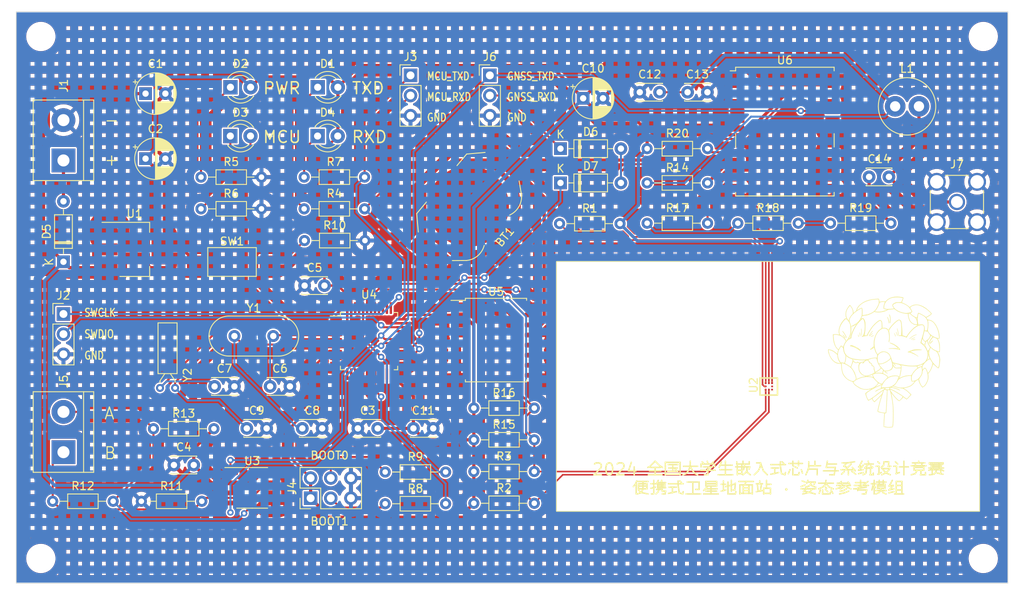
<source format=kicad_pcb>
(kicad_pcb (version 20221018) (generator pcbnew)
  (layers (0 "F.Cu" signal) (31 "B.Cu" signal) (34 "B.Paste" user) (35 "F.Paste" user) (36 "B.SilkS" user "B.Silkscreen") (37 "F.SilkS" user "F.Silkscreen") (38 "B.Mask" user) (39 "F.Mask" user) (44 "Edge.Cuts" user))
  (net 0 "")
  (net 1 "+5V")
  (net 2 "GND")
  (net 3 "+3.3V")
  (net 4 "/MCU_XTAL0")
  (net 5 "/MCU_OSC0")
  (net 6 "/MCU_XTAL1")
  (net 7 "/MCU_OSC1")
  (net 8 "/VBAT")
  (net 9 "Net-(J7-In)")
  (net 10 "Net-(D1-K)")
  (net 11 "Net-(D2-K)")
  (net 12 "Net-(D3-K)")
  (net 13 "Net-(D4-K)")
  (net 14 "/MCU_LED")
  (net 15 "Net-(D7-K)")
  (net 16 "/GNSS_RXD")
  (net 17 "/MCU_SWDIO")
  (net 18 "/MCU_SWCLK")
  (net 19 "/GNSS_TXD")
  (net 20 "Net-(C14-Pad1)")
  (net 21 "Net-(J4-Pin_3)")
  (net 22 "Net-(J4-Pin_4)")
  (net 23 "Net-(J5-Pin_1)")
  (net 24 "/MCU_SCL")
  (net 25 "/MCU_SDA")
  (net 26 "/MCU_TXD")
  (net 27 "/MCU_RXD")
  (net 28 "/MCU_BOOT1")
  (net 29 "/MCU_BOOT0")
  (net 30 "Net-(J5-Pin_2)")
  (net 31 "Net-(U6-VCC_RF)")
  (net 32 "Net-(U6-RF_IN)")
  (net 33 "Net-(U2-RSTN)")
  (net 36 "Net-(U6-~{RESET})")
  (net 75 "Net-(C12-Pad2)")
  (net 76 "Net-(D5-A)")
  (net 77 "Net-(D6-K)")
  (net 79 "Net-(R10-Pad1)")
  (net 80 "Net-(R17-Pad1)")
  (net 81 "Net-(R18-Pad2)")
  (footprint "Resistor_THT:R_Axial_DIN0204_L3.6mm_D1.6mm_P7.62mm_Horizontal" (layer "F.Cu") (at 69.596 107.188)
    (fp_text reference "R12")
    (fp_text value "120")
  )
  (footprint "LED_THT:LED_D3.0mm" (layer "F.Cu") (at 102.985 61.15)
    (fp_text reference "D4")
    (fp_text value "LED")
  )
  (footprint "Capacitor_THT:C_Disc_D3.0mm_W2.0mm_P2.50mm" (layer "F.Cu") (at 143.6 55.626)
    (fp_text reference "C12")
    (fp_text value "100pF")
  )
  (footprint "Connector_PinHeader_2.54mm:PinHeader_2x03_P2.54mm_Vertical" (layer "F.Cu") (at 102.108 106.8 90)
    (fp_text reference "J4")
    (fp_text value "Conn_02x03_Odd_Even")
  )
  (footprint "Logo:Cat" (layer "F.Cu") (at 174.49 89.67)
    (fp_text reference "G***" hide)
    (fp_text value "LOGO" hide)
  )
  (footprint "Resistor_THT:R_Axial_DIN0204_L3.6mm_D1.6mm_P7.62mm_Horizontal" (layer "F.Cu") (at 101.29 66.325)
    (fp_text reference "R7")
    (fp_text value "1k")
  )
  (footprint "MountingHole:MountingHole_3.2mm_M3_DIN965" (layer "F.Cu") (at 68.1 48.6)
    (fp_text reference "H1" hide)
    (fp_text value "MountingHole")
  )
  (footprint "Resistor_THT:R_Axial_DIN0204_L3.6mm_D1.6mm_P7.62mm_Horizontal" (layer "F.Cu") (at 122.682 99.442)
    (fp_text reference "R15")
    (fp_text value "4.7k")
  )
  (footprint "Resistor_THT:R_Axial_DIN0204_L3.6mm_D1.6mm_P7.62mm_Horizontal" (layer "F.Cu") (at 122.682 95.442)
    (fp_text reference "R16")
    (fp_text value "4.7k")
  )
  (footprint "Capacitor_THT:C_Disc_D3.0mm_W2.0mm_P2.50mm" (layer "F.Cu") (at 101.062 98)
    (fp_text reference "C8")
    (fp_text value "30pF")
  )
  (footprint "Resistor_THT:R_Axial_DIN0204_L3.6mm_D1.6mm_P7.62mm_Horizontal" (layer "F.Cu") (at 111.506 103.5)
    (fp_text reference "R9")
    (fp_text value "10k")
  )
  (footprint "LED_THT:LED_D3.0mm" (layer "F.Cu") (at 103 55)
    (fp_text reference "D1")
    (fp_text value "LED")
  )
  (footprint "Resistor_THT:R_Axial_DIN0204_L3.6mm_D1.6mm_P7.62mm_Horizontal" (layer "F.Cu") (at 144.526 72.136)
    (fp_text reference "R17")
    (fp_text value "0")
  )
  (footprint "RF_GPS:ublox_NEO" (layer "F.Cu") (at 161.894 60.588)
    (fp_text reference "U6")
    (fp_text value "NEO-M8M")
  )
  (footprint "Crystal:Crystal_HC18-U_Vertical" (layer "F.Cu") (at 92.5 86.36)
    (fp_text reference "Y1")
    (fp_text value "8MHz")
  )
  (footprint "Resistor_THT:R_Axial_DIN0204_L3.6mm_D1.6mm_P7.62mm_Horizontal" (layer "F.Cu") (at 88.29 66.325)
    (fp_text reference "R5")
    (fp_text value "1k")
  )
  (footprint "Button_Switch_SMD:SW_SPST_FSMSM" (layer "F.Cu") (at 92.2 77.025)
    (fp_text reference "SW1")
    (fp_text value "SW_Push")
  )
  (footprint "Capacitor_THT:C_Disc_D3.0mm_W2.0mm_P2.50mm" (layer "F.Cu") (at 97 92.71)
    (fp_text reference "C6")
    (fp_text value "30pF")
  )
  (footprint "Resistor_THT:R_Axial_DIN0204_L3.6mm_D1.6mm_P7.62mm_Horizontal" (layer "F.Cu") (at 144.526 62.738)
    (fp_text reference "R20")
    (fp_text value "10k")
  )
  (footprint "LED_THT:LED_D3.0mm" (layer "F.Cu") (at 92 55)
    (fp_text reference "D2")
    (fp_text value "LED")
  )
  (footprint "Resistor_THT:R_Axial_DIN0204_L3.6mm_D1.6mm_P7.62mm_Horizontal" (layer "F.Cu") (at 167.64 72.136)
    (fp_text reference "R19")
    (fp_text value "0")
  )
  (footprint "Resistor_THT:R_Axial_DIN0204_L3.6mm_D1.6mm_P7.62mm_Horizontal" (layer "F.Cu") (at 111.506 107.5)
    (fp_text reference "R8")
    (fp_text value "10k")
  )
  (footprint "LED_THT:LED_D3.0mm" (layer "F.Cu") (at 91.985 61.15)
    (fp_text reference "D3")
    (fp_text value "LED")
  )
  (footprint "MountingHole:MountingHole_3.2mm_M3_DIN965" (layer "F.Cu") (at 68.1 114.4)
    (fp_text reference "H4" hide)
    (fp_text value "MountingHole")
  )
  (footprint "TerminalBlock:TerminalBlock_bornier-2_P5.08mm" (layer "F.Cu") (at 70.95 101 90)
    (fp_text reference "J5")
    (fp_text value "485")
  )
  (footprint "Package_TO_SOT_SMD:SOT-223-3_TabPin2" (layer "F.Cu") (at 79.908 75.438)
    (fp_text reference "U1")
    (fp_text value "AMS1117-3.3")
  )
  (footprint "OpenStation:AK09911C" (layer "F.Cu") (at 159.874 92.71 90)
    (fp_text reference "U2")
    (fp_text value "AK09911C")
  )
  (footprint "Capacitor_THT:CP_Radial_D5.0mm_P2.50mm" (layer "F.Cu") (at 81.3 55.8)
    (fp_text reference "C1")
    (fp_text value "10uF")
  )
  (footprint "Diode_THT:D_DO-35_SOD27_P7.62mm_Horizontal" (layer "F.Cu") (at 133.604 62.738)
    (fp_text reference "D6")
    (fp_text value "1N4148")
  )
  (footprint "Resistor_THT:R_Axial_DIN0204_L3.6mm_D1.6mm_P7.62mm_Horizontal" (layer "F.Cu") (at 101.335 74.325)
    (fp_text reference "R10")
    (fp_text value "10k")
  )
  (footprint "Resistor_THT:R_Axial_DIN0204_L3.6mm_D1.6mm_P7.62mm_Horizontal" (layer "F.Cu") (at 144.526 67.056)
    (fp_text reference "R14")
    (fp_text value "0")
  )
  (footprint "Diode_THT:D_DO-35_SOD27_P7.62mm_Horizontal" (layer "F.Cu") (at 133.604 67.056)
    (fp_text reference "D7")
    (fp_text value "1N4148")
  )
  (footprint "Capacitor_THT:C_Disc_D3.0mm_W2.0mm_P2.50mm" (layer "F.Cu") (at 115.062 98)
    (fp_text reference "C11")
    (fp_text value "0.1uF")
  )
  (footprint "Capacitor_THT:CP_Radial_D5.0mm_P2.50mm" (layer "F.Cu") (at 136.462888 56.388)
    (fp_text reference "C10")
    (fp_text value "10uF")
  )
  (footprint "MountingHole:MountingHole_3.2mm_M3_DIN965" (layer "F.Cu") (at 186.9 48.6)
    (fp_text reference "H2" hide)
    (fp_text value locked "MountingHole")
  )
  (footprint "Resistor_THT:R_Axial_DIN0204_L3.6mm_D1.6mm_P7.62mm_Horizontal" (layer "F.Cu") (at 82.296 98.044)
    (fp_text reference "R13")
    (fp_text value "10k")
  )
  (footprint "Connector_PinHeader_2.54mm:PinHeader_1x03_P2.54mm_Vertical" (layer "F.Cu") (at 70.95 83.581)
    (fp_text reference locked "J2")
    (fp_text value "Conn_01x03")
  )
  (footprint "Capacitor_THT:C_Disc_D3.0mm_W2.0mm_P2.50mm" (layer "F.Cu") (at 101.35 80)
    (fp_text reference "C5")
    (fp_text value "0.1uF")
  )
  (footprint "TerminalBlock:TerminalBlock_bornier-2_P5.08mm" (layer "F.Cu") (at 70.95 64.225 90)
    (fp_text reference "J1")
    (fp_text value "POWER")
  )
  (footprint "Capacitor_THT:C_Disc_D3.0mm_W2.0mm_P2.50mm" (layer "F.Cu") (at 94.062 98)
    (fp_text reference "C9")
    (fp_text value "20pF")
  )
  (footprint "Resistor_THT:R_Axial_DIN0204_L3.6mm_D1.6mm_P7.62mm_Horizontal" (layer "F.Cu") (at 155.956 72.136)
    (fp_text reference "R18")
    (fp_text value "0")
  )
  (footprint "Resistor_THT:R_Axial_DIN0204_L3.6mm_D1.6mm_P7.62mm_Horizontal" (layer "F.Cu") (at 122.682 107.442)
    (fp_text reference "R2")
    (fp_text value "4.7k")
  )
  (footprint "Resistor_THT:R_Axial_DIN0204_L3.6mm_D1.6mm_P7.62mm_Horizontal" (layer "F.Cu") (at 133.49 72.19)
    (fp_text reference "R1")
    (fp_text value "10k")
  )
  (footprint "Connector_PinHeader_2.54mm:PinHeader_1x03_P2.54mm_Vertical" (layer "F.Cu") (at 124.7 53.5)
    (fp_text reference "J6")
    (fp_text value "Conn_01x03")
  )
  (footprint "Connector_Coaxial:SMA_Amphenol_901-144_Vertical" (layer "F.Cu") (at 183.58 69.46)
    (fp_text reference "J7")
    (fp_text value "SMA")
  )
  (footprint "MountingHole:MountingHole_3.2mm_M3_DIN965" (layer "F.Cu") (at 186.9 114.4)
    (fp_text reference "H3" hide)
    (fp_text value "MountingHole")
  )
  (footprint "Capacitor_THT:C_Disc_D3.0mm_W2.0mm_P2.50mm" (layer "F.Cu") (at 149.626 55.626)
    (fp_text reference "C13")
    (fp_text value "0.1uF")
  )
  (footprint "Capacitor_THT:C_Disc_D3.0mm_W2.0mm_P2.50mm" (layer "F.Cu") (at 90 92.71)
    (fp_text reference "C7")
    (fp_text value "20pF")
  )
  (footprint "Resistor_THT:R_Axial_DIN0204_L3.6mm_D1.6mm_P7.62mm_Horizontal" (layer "F.Cu") (at 88.29 70.325)
    (fp_text reference "R6")
    (fp_text value "1k")
  )
  (footprint "Capacitor_THT:C_Disc_D3.0mm_W2.0mm_P2.50mm" (layer "F.Cu") (at 172.506 66.294)
    (fp_text reference "C14")
    (fp_text value "100pF")
  )
  (footprint "Connector_PinHeader_2.54mm:PinHeader_1x03_P2.54mm_Vertical" (layer "F.Cu") (at 114.7 53.5)
    (fp_text reference "J3")
    (fp_text value "Conn_01x03")
  )
  (footprint "Battery:BatteryHolder_LINX_BAT-HLD-012-SMT" (layer "F.Cu") (at 122 70 50)
    (fp_text reference "BT1")
    (fp_text value "3V")
  )
  (footprint "Resistor_THT:R_Axial_DIN0204_L3.6mm_D1.6mm_P7.62mm_Horizontal" (layer "F.Cu") (at 101.29 70.325)
    (fp_text reference "R4")
    (fp_text value "1k")
  )
  (footprint "Capacitor_THT:C_Disc_D3.0mm_W2.0mm_P2.50mm" (layer "F.Cu") (at 108.062 98)
    (fp_text reference "C3")
    (fp_text value "0.1uF")
  )
  (footprint "Resistor_THT:R_Axial_DIN0204_L3.6mm_D1.6mm_P7.62mm_Horizontal" (layer "F.Cu") (at 80.772 107.188)
    (fp_text reference "R11")
    (fp_text value "10k")
  )
  (footprint "Crystal:Crystal_DS26_D2.0mm_L6.0mm_Horizontal" (layer "F.Cu") (at 85.024 92.9 180)
    (fp_text reference "Y2")
    (fp_text value "32.768kHz")
  )
  (footprint "Capacitor_THT:CP_Radial_D5.0mm_P2.50mm" (layer "F.Cu") (at 81.3 64)
    (fp_text reference "C2")
    (fp_text value "10uF")
  )
  (footprint "Inductor_THT:L_Radial_D7.0mm_P3.00mm" (layer "F.Cu") (at 175.792 57.404)
    (fp_text reference "L1")
    (fp_text value "20uH")
  )
  (footprint "Capacitor_THT:C_Disc_D3.0mm_W2.0mm_P2.50mm" (layer "F.Cu") (at 84.876 102.616)
    (fp_text reference "C4")
    (fp_text value "0.1uF")
  )
  (footprint "Package_SO:SOIC-16W_7.5x10.3mm_P1.27mm" (layer "F.Cu") (at 125.476 86.868)
    (fp_text reference "U5")
    (fp_text value "DS3231M")
  )
  (footprint "Diode_THT:D_DO-35_SOD27_P7.62mm_Horizontal" (layer "F.Cu") (at 70.95 77 90)
    (fp_text reference "D5")
    (fp_text value "1N4148")
  )
  (footprint "Package_SO:SOP-8_3.9x4.9mm_P1.27mm" (layer "F.Cu") (at 94.742 105.5)
    (fp_text reference locked "U3")
    (fp_text value "MAX13487EESA")
  )
  (footprint "Package_QFP:LQFP-48_7x7mm_P0.5mm" (layer "F.Cu") (at 109.474 87)
    (fp_text reference "U4")
    (fp_text value "STM32F103C8Tx")
  )
  (footprint "Resistor_THT:R_Axial_DIN0204_L3.6mm_D1.6mm_P7.62mm_Horizontal" (layer "F.Cu") (at 122.682 103.442)
    (fp_text reference "R3")
    (fp_text value "4.7k")
  )
  (gr_rect (start 158.75 91.65) (end 160.96 93.8) (stroke (width 0.2)) (fill none) (layer "F.SilkS"))
  (gr_rect (start 133.096 76.962) (end 186.436 108.458) (stroke (width 0.1)) (fill none) (layer "F.SilkS"))
  (gr_rect (start 65 45.5) (end 190 117.5) (stroke (width 0.1)) (fill none) (layer "Edge.Cuts"))
  (gr_text "SWDIO" (at 73.5 86.7) (layer "F.SilkS") (effects (font (size 1 0.8)) (justify left bottom)))
  (gr_text "A" (at 76 97) (layer "F.SilkS") (effects (font (size 1.5 1.5)) (justify left bottom)))
  (gr_text "GND" (at 126.8 59.4) (layer "F.SilkS") (effects (font (size 1 0.8)) (justify left bottom)))
  (gr_text "+" (at 76 65) (layer "F.SilkS") (effects (font (size 1.5 1.5)) (justify left bottom)))
  (gr_text "BOOT0" (at 102 102) (layer "F.SilkS") (effects (font (size 1 1)) (justify left bottom)))
  (gr_text "GND" (at 73.5 89.4) (layer "F.SilkS") (effects (font (size 1 0.8)) (justify left bottom)))
  (gr_text "MCU" (at 95.985 62.15) (layer "F.SilkS") (effects (font (size 1.5 1.5) (thickness 0.1875)) (justify left bottom)))
  (gr_text "GNSS_TXD" (at 126.8 54.2) (layer "F.SilkS") (effects (font (size 1 0.8)) (justify left bottom)))
  (gr_text "GND" (at 116.7 59.4) (layer "F.SilkS") (effects (font (size 1 0.8)) (justify left bottom)))
  (gr_text "MCU_RXD" (at 116.7 56.8) (layer "F.SilkS") (effects (font (size 1 0.8)) (justify left bottom)))
  (gr_text "PWR" (at 96 56) (layer "F.SilkS") (effects (font (size 1.5 1.5) (thickness 0.1875)) (justify left bottom)))
  (gr_text "GNSS_RXD" (at 126.8 56.8) (layer "F.SilkS") (effects (font (size 1 0.8)) (justify left bottom)))
  (gr_text "SWCLK" (at 73.5 84) (layer "F.SilkS") (effects (font (size 1 0.8)) (justify left bottom)))
  (gr_text "-" (at 76 60) (layer "F.SilkS") (effects (font (size 1.5 1.5)) (justify left bottom)))
  (gr_text "BOOT1" (at 102 110.3) (layer "F.SilkS") (effects (font (size 1 1)) (justify left bottom)))
  (gr_text "RXD" (at 107.185 62.15) (layer "F.SilkS") (effects (font (size 1.5 1.5) (thickness 0.1875)) (justify left bottom)))
  (gr_text "2024 全国大学生嵌入式芯片与系统设计竞赛\n便携式卫星地面站 · 姿态参考模组" (at 159.86 106.46) (layer "F.SilkS") (effects (font (size 1.5 1.5) (thickness 0.1875)) (justify bottom)))
  (gr_text "TXD" (at 107.2 56) (layer "F.SilkS") (effects (font (size 1.5 1.5) (thickness 0.1875)) (justify left bottom)))
  (gr_text "B" (at 76 102) (layer "F.SilkS") (effects (font (size 1.5 1.5)) (justify left bottom)))
  (gr_text "MCU_TXD" (at 116.7 54.2) (layer "F.SilkS") (effects (font (size 1 0.8)) (justify left bottom)))
  (segment (start 69.05 75.1) (end 69.05 57.6) (width 0.4) (layer "F.Cu") (net 1))
  (segment (start 69.05 57.6) (end 70.85 55.8) (width 0.4) (layer "F.Cu") (net 1))
  (segment (start 76.758 77.738) (end 71.688 77.738) (width 0.4) (layer "F.Cu") (net 1))
  (segment (start 92.117 104.865) (end 92.117 106.135) (width 0.4) (layer "F.Cu") (net 1))
  (segment (start 87.376 102.616) (end 87.376 100.584) (width 0.4) (layer "F.Cu") (net 1))
  (segment (start 71.688 77.738) (end 70.95 77) (width 0.4) (layer "F.Cu") (net 1))
  (segment (start 89.625 104.865) (end 92.117 104.865) (width 0.4) (layer "F.Cu") (net 1))
  (segment (start 70.85 55.8) (end 81.3 55.8) (width 0.4) (layer "F.Cu") (net 1))
  (segment (start 95.967 103.595) (end 97.367 103.595) (width 0.4) (layer "F.Cu") (net 1))
  (segment (start 87.376 100.584) (end 89.916 98.044) (width 0.4) (layer "F.Cu") (net 1))
  (segment (start 70.95 77) (end 69.05 75.1) (width 0.4) (layer "F.Cu") (net 1))
  (segment (start 87.376 102.616) (end 89.625 104.865) (width 0.4) (layer "F.Cu") (net 1))
  (segment (start 94.697 104.865) (end 95.967 103.595) (width 0.4) (layer "F.Cu") (net 1))
  (segment (start 92.117 104.865) (end 94.697 104.865) (width 0.4) (layer "F.Cu") (net 1))
  (segment (start 68.575 103.925) (end 69.825 105.175) (width 0.4) (layer "B.Cu") (net 1))
  (segment (start 70.95 77) (end 68.575 79.375) (width 0.4) (layer "B.Cu") (net 1))
  (segment (start 69.825 105.175) (end 84.817 105.175) (width 0.4) (layer "B.Cu") (net 1))
  (segment (start 68.575 79.375) (end 68.575 103.925) (width 0.4) (layer "B.Cu") (net 1))
  (segment (start 84.817 105.175) (end 87.376 102.616) (width 0.4) (layer "B.Cu") (net 1))
  (segment (start 159.874 71.568) (end 155.894 67.588) (width 0.2) (layer "F.Cu") (net 2))
  (segment (start 159.874 92.31) (end 159.874 71.568) (width 0.2) (layer "F.Cu") (net 2))
  (segment (start 102.212 90.50888) (end 102.212 95.223654) (width 0.3) (layer "F.Cu") (net 3))
  (segment (start 160.274 92.31) (end 160.274 75.386) (width 0.2) (layer "F.Cu") (net 3))
  (segment (start 157.84 73.86) (end 142.78 73.86) (width 0.2) (layer "F.Cu") (net 3))
  (segment (start 105.3115 87.25) (end 106.15212 87.25) (width 0.3) (layer "F.Cu") (net 3))
  (segment (start 121.524 108.6) (end 122.682 107.442) (width 0.4) (layer "F.Cu") (net 3))
  (segment (start 106.15212 87.25) (end 106.724 86.67812) (width 0.3) (layer "F.Cu") (net 3))
  (segment (start 102.108 106.8) (end 103.908 108.6) (width 0.4) (layer "F.Cu") (net 3))
  (segment (start 83.058 65.758) (end 81.3 64) (width 0.4) (layer "F.Cu") (net 3))
  (segment (start 105.54 55) (end 105.54 61.135) (width 0.4) (layer "F.Cu") (net 3))
  (segment (start 105.3115 83.6645) (end 105.3115 84.25) (width 0.3) (layer "F.Cu") (net 3))
  (segment (start 103.85 62.825) (end 105.525 61.15) (width 0.3) (layer "F.Cu") (net 3))
  (segment (start 115.062 98) (end 116.504 99.442) (width 0.4) (layer "F.Cu") (net 3))
  (segment (start 114.1935 83.693) (end 113.6365 84.25) (width 0.3) (layer "F.Cu") (net 3))
  (segment (start 105.3115 88.25) (end 104.47088 88.25) (width 0.3) (layer "F.Cu") (net 3))
  (segment (start 94.54 55) (end 95.84 53.7) (width 0.4) (layer "F.Cu") (net 3))
  (segment (start 106.1385 82.8375) (end 105.3115 83.6645) (width 0.3) (layer "F.Cu") (net 3))
  (segment (start 122.682 107.442) (end 122.682 95.442) (width 0.4) (layer "F.Cu") (net 3))
  (segment (start 106.724 81.174) (end 105.55 80) (width 0.3) (layer "F.Cu") (net 3))
  (segment (start 86.023 75.438) (end 87.61 77.025) (width 0.4) (layer "F.Cu") (net 3))
  (segment (start 106.724 82.8375) (end 106.1385 82.8375) (width 0.3) (layer "F.Cu") (net 3))
  (segment (start 105.55 80) (end 103.85 80) (width 0.3) (layer "F.Cu") (net 3))
  (segment (start 122.682 95.442) (end 122.682 85.012026) (width 0.4) (layer "F.Cu") (net 3))
  (segment (start 102.108 106.8) (end 102.108 104.26) (width 0.4) (layer "F.Cu") (net 3))
  (segment (start 110.562 98) (end 115.062 98) (width 0.4) (layer "F.Cu") (net 3))
  (segment (start 115.062 93.9505) (end 112.274 91.1625) (width 0.4) (layer "F.Cu") (net 3))
  (segment (start 115.062 98) (end 115.062 93.9505) (width 0.4) (layer "F.Cu") (net 3))
  (segment (start 144.526 60.516) (end 144.526 62.738) (width 0.4) (layer "F.Cu") (net 3))
  (segment (start 99.822 97.613654) (end 99.822 101.974) (width 0.3) (layer "F.Cu") (net 3))
  (segment (start 139.014888 58.94) (end 142.95 58.94) (width 0.4) (layer "F.Cu") (net 3))
  (segment (start 106.724 86.67812) (end 106.724 82.8375) (width 0.3) (layer "F.Cu") (net 3))
  (segment (start 99.822 101.974) (end 102.108 104.26) (width 0.3) (layer "F.Cu") (net 3))
  (segment (start 108.29 52.25) (end 132.324888 52.25) (width 0.4) (layer "F.Cu") (net 3))
  (segment (start 142.95 58.94) (end 144.526 60.516) (width 0.4) (layer "F.Cu") (net 3))
  (segment (start 159.474 92.31) (end 159.474 75.494) (width 0.2) (layer "F.Cu") (net 3))
  (segment (start 158.74807 54.688) (end 156.84807 52.788) (width 0.4) (layer "F.Cu") (net 3))
  (segment (start 103.908 108.6) (end 121.524 108.6) (width 0.4) (layer "F.Cu") (net 3))
  (segment (start 142.78 73.86) (end 141.11 72.19) (width 0.2) (layer "F.Cu") (net 3))
  (segment (start 140.062888 52.788) (end 136.462888 56.388) (width 0.4) (layer "F.Cu") (net 3))
  (segment (start 76.758 75.438) (end 83.058 75.438) (width 0.4) (layer "F.Cu") (net 3))
  (segment (start 136.462888 56.388) (end 139.014888 58.94) (width 0.4) (layer "F.Cu") (net 3))
  (segment (start 104.47088 88.25) (end 102.212 90.50888) (width 0.3) (layer "F.Cu") (net 3))
  (segment (start 83.058 75.438) (end 83.058 65.758) (width 0.4) (layer "F.Cu") (net 3))
  (segment (start 105.54 61.135) (end 105.525 61.15) (width 0.4) (layer "F.Cu") (net 3))
  (segment (start 106.724 82.8375) (end 106.724 81.174) (width 0.3) (layer "F.Cu") (net 3))
  (segment (start 105.54 55) (end 108.29 52.25) (width 0.4) (layer "F.Cu") (net 3))
  (segment (start 159.474 75.494) (end 157.84 73.86) (width 0.2) (layer "F.Cu") (net 3))
  (segment (start 156.84807 52.788) (end 140.062888 52.788) (width 0.4) (layer "F.Cu") (net 3))
  (segment (start 104.24 53.7) (end 105.54 55) (width 0.4) (layer "F.Cu") (net 3))
  (segment (start 167.894 54.688) (end 158.74807 54.688) (width 0.4) (layer "F.Cu") (net 3))
  (segment (start 132.324888 52.25) (end 136.462888 56.388) (width 0.4) (layer "F.Cu") (net 3))
  (segment (start 122.682 85.012026) (end 121.362974 83.693) (width 0.4) (layer "F.Cu") (net 3))
  (segment (start 83.058 75.438) (end 86.023 75.438) (width 0.4) (layer "F.Cu") (net 3))
  (segment (start 103.85 80) (end 103.85 62.825) (width 0.3) (layer "F.Cu") (net 3))
  (segment (start 95.84 53.7) (end 104.24 53.7) (width 0.4) (layer "F.Cu") (net 3))
  (segment (start 160.274 75.386) (end 161.25 74.41) (width 0.2) (layer "F.Cu") (net 3))
  (segment (start 116.504 99.442) (end 122.682 99.442) (width 0.4) (layer "F.Cu") (net 3))
  (segment (start 102.212 95.223654) (end 99.822 97.613654) (width 0.3) (layer "F.Cu") (net 3))
  (segment (start 120.826 83.693) (end 114.1935 83.693) (width 0.3) (layer "F.Cu") (net 3))
  (via (at 161.25 74.41) (size 0.8) (drill 0.4) (layers "F.Cu" "B.Cu") (net 3))
  (segment (start 144.526 62.738) (end 143.426 63.838) (width 0.4) (layer "B.Cu") (net 3))
  (segment (start 136.462888 56.388) (end 122.682 70.168888) (width 0.4) (layer "B.Cu") (net 3))
  (segment (start 82.5 55.402943) (end 82.5 62.8) (width 0.4) (layer "B.Cu") (net 3))
  (segment (start 84.202943 53.7) (end 82.5 55.402943) (width 0.4) (layer "B.Cu") (net 3))
  (segment (start 143.33 74.41) (end 161.25 74.41) (width 0.4) (layer "B.Cu") (net 3))
  (segment (start 93.24 53.7) (end 84.202943 53.7) (width 0.4) (layer "B.Cu") (net 3))
  (segment (start 143.426 69.874) (end 141.11 72.19) (width 0.4) (layer "B.Cu") (net 3))
  (segment (start 122.682 70.168888) (end 122.682 95.442) (width 0.4) (layer "B.Cu") (net 3))
  (segment (start 143.426 63.838) (end 143.426 69.874) (width 0.4) (layer "B.Cu") (net 3))
  (segment (start 82.5 62.8) (end 81.3 64) (width 0.4) (layer "B.Cu") (net 3))
  (segment (start 94.54 55) (end 93.24 53.7) (width 0.4) (layer "B.Cu") (net 3))
  (segment (start 141.11 72.19) (end 143.33 74.41) (width 0.4) (layer "B.Cu") (net 3))
  (segment (start 97.51 86.25) (end 105.3115 86.25) (width 0.25) (layer "F.Cu") (net 4))
  (segment (start 97 92.71) (end 97 86.76) (width 0.25) (layer "B.Cu") (net 4))
  (segment (start 91.189 84.835) (end 83.124 92.9) (width 0.25) (layer "F.Cu") (net 5))
  (segment (start 98.933396 84.835) (end 91.189 84.835) (width 0.25) (layer "F.Cu") (net 5))
  (segment (start 105.3115 85.25) (end 99.348396 85.25) (width 0.25) (layer "F.Cu") (net 5))
  (segment (start 99.348396 85.25) (end 98.933396 84.835) (width 0.25) (layer "F.Cu") (net 5))
  (segment (start 83.124 92.9) (end 83.949 92.075) (width 0.25) (layer "B.Cu") (net 5))
  (segment (start 83.949 92.075) (end 89.365 92.075) (width 0.25) (layer "B.Cu") (net 5))
  (segment (start 89.365 92.075) (end 90 92.71) (width 0.25) (layer "B.Cu") (net 5))
  (segment (start 98.579 87.435) (end 99.264 86.75) (width 0.25) (layer "F.Cu") (net 6))
  (segment (start 92.5 86.36) (end 93.575 87.435) (width 0.25) (layer "F.Cu") (net 6))
  (segment (start 93.575 87.435) (end 98.579 87.435) (width 0.25) (layer "F.Cu") (net 6))
  (segment (start 99.264 86.75) (end 105.3115 86.75) (width 0.25) (layer "F.Cu") (net 6))
  (segment (start 92.5 86.36) (end 92.5 89.96) (width 0.25) (layer "B.Cu") (net 6))
  (segment (start 92.5 89.96) (end 100.54 98) (width 0.25) (layer "B.Cu") (net 6))
  (segment (start 98.747 85.285) (end 99.212 85.75) (width 0.25) (layer "F.Cu") (net 7))
  (segment (start 99.212 85.75) (end 105.3115 85.75) (width 0.25) (layer "F.Cu") (net 7))
  (segment (start 85.024 92.192894) (end 91.931894 85.285) (width 0.25) (layer "F.Cu") (net 7))
  (segment (start 91.931894 85.285) (end 98.747 85.285) (width 0.25) (layer "F.Cu") (net 7))
  (segment (start 85.024 92.9) (end 85.024 92.192894) (width 0.25) (layer "F.Cu") (net 7))
  (segment (start 86.612 94.488) (end 90.55 94.488) (width 0.25) (layer "B.Cu") (net 7))
  (segment (start 90.55 94.488) (end 94.062 98) (width 0.25) (layer "B.Cu") (net 7))
  (segment (start 85.024 92.9) (end 86.612 94.488) (width 0.25) (layer "B.Cu") (net 7))
  (segment (start 131.150999 84.963) (end 131.551 84.562999) (width 0.4) (layer "F.Cu") (net 8))
  (segment (start 126.885186 64.178062) (end 144.641573 64.178062) (width 0.4) (layer "F.Cu") (net 8))
  (segment (start 130.126 84.963) (end 131.150999 84.963) (width 0.4) (layer "F.Cu") (net 8))
  (segment (start 156.84807 60.988) (end 162.04807 55.788) (width 0.4) (layer "F.Cu") (net 8))
  (segment (start 116.5 67.721825) (end 116.5 75.207124) (width 0.4) (layer "F.Cu") (net 8))
  (segment (start 144.641573 64.178062) (end 147.831635 60.988) (width 0.4) (layer "F.Cu") (net 8))
  (segment (start 162.04807 55.788) (end 167.894 55.788) (width 0.4) (layer "F.Cu") (net 8))
  (segment (start 126.885186 64.178062) (end 120.043763 64.178062) (width 0.4) (layer "F.Cu") (net 8))
  (segment (start 120.043763 64.178062) (end 116.5 67.721825) (width 0.4) (layer "F.Cu") (net 8))
  (segment (start 131.551 68.843876) (end 126.885186 64.178062) (width 0.4) (layer "F.Cu") (net 8))
  (segment (start 147.831635 60.988) (end 156.84807 60.988) (width 0.4) (layer "F.Cu") (net 8))
  (segment (start 131.551 84.562999) (end 131.551 68.843876) (width 0.4) (layer "F.Cu") (net 8))
  (segment (start 178.792 62.508) (end 175.006 66.294) (width 0.4) (layer "F.Cu") (net 9))
  (segment (start 178.792 57.404) (end 178.792 62.508) (width 0.4) (layer "F.Cu") (net 9))
  (segment (start 178.172 69.46) (end 183.58 69.46) (width 0.4) (layer "F.Cu") (net 9))
  (segment (start 175.006 66.294) (end 178.172 69.46) (width 0.4) (layer "F.Cu") (net 9))
  (segment (start 103 55) (end 100.265 57.735) (width 0.25) (layer "F.Cu") (net 10))
  (segment (start 100.265 69.3) (end 101.29 70.325) (width 0.25) (layer "F.Cu") (net 10))
  (segment (start 100.265 57.735) (end 100.265 69.3) (width 0.25) (layer "F.Cu") (net 10))
  (segment (start 88.29 66.325) (end 88.29 58.71) (width 0.25) (layer "F.Cu") (net 11))
  (segment (start 88.29 58.71) (end 92 55) (width 0.25) (layer "F.Cu") (net 11))
  (segment (start 88.29 70.325) (end 91.985 66.63) (width 0.25) (layer "F.Cu") (net 12))
  (segment (start 91.985 66.63) (end 91.985 61.15) (width 0.25) (layer "F.Cu") (net 12))
  (segment (start 101.29 62.845) (end 102.985 61.15) (width 0.25) (layer "F.Cu") (net 13))
  (segment (start 101.29 66.325) (end 101.29 62.845) (width 0.25) (layer "F.Cu") (net 13))
  (segment (start 94.525 79.790208) (end 94.525 61.15) (width 0.25) (layer "F.Cu") (net 14))
  (segment (start 105.3115 84.75) (end 99.484792 84.75) (width 0.25) (layer "F.Cu") (net 14))
  (segment (start 99.484792 84.75) (end 94.525 79.790208) (width 0.25) (layer "F.Cu") (net 14))
  (segment (start 124 79) (end 121.5 79) (width 0.25) (layer "F.Cu") (net 15))
  (segment (start 114.441764 88.25) (end 113.6365 88.25) (width 0.25) (layer "F.Cu") (net 15))
  (segment (start 115.8 86) (end 115.8 86.891764) (width 0.25) (layer "F.Cu") (net 15))
  (segment (start 115.8 86.891764) (end 114.441764 88.25) (width 0.25) (layer "F.Cu") (net 15))
  (via (at 115.8 86) (size 0.8) (drill 0.4) (layers "F.Cu" "B.Cu") (net 15))
  (via (at 121.5 79) (size 0.8) (drill 0.4) (layers "F.Cu" "B.Cu") (net 15))
  (via (at 124 79) (size 0.8) (drill 0.4) (layers "F.Cu" "B.Cu") (net 15))
  (segment (start 133.604 69.396) (end 133.604 67.056) (width 0.25) (layer "B.Cu") (net 15))
  (segment (start 115.8 84.7) (end 115.8 86) (width 0.25) (layer "B.Cu") (net 15))
  (segment (start 121.5 79) (end 115.8 84.7) (width 0.25) (layer "B.Cu") (net 15))
  (segment (start 124 79) (end 133.604 69.396) (width 0.25) (layer "B.Cu") (net 15))
  (segment (start 144.859035 64.703062) (end 148.049097 61.513) (width 0.25) (layer "F.Cu") (net 16))
  (segment (start 141.224 67.056) (end 141.224 65.649062) (width 0.25) (layer "F.Cu") (net 16))
  (segment (start 141.224 65.649062) (end 142.17 64.703062) (width 0.25) (layer "F.Cu") (net 16))
  (segment (start 161.690532 56.888) (end 167.894 56.888) (width 0.25) (layer "F.Cu") (net 16))
  (segment (start 148.049097 61.513) (end 157.065532 61.513) (width 0.25) (layer "F.Cu") (net 16))
  (segment (start 142.17 64.703062) (end 144.859035 64.703062) (width 0.25) (layer "F.Cu") (net 16))
  (segment (start 157.065532 61.513) (end 161.690532 56.888) (width 0.25) (layer "F.Cu") (net 16))
  (segment (start 141.224 62.738) (end 141.224 67.056) (width 0.25) (layer "B.Cu") (net 16))
  (segment (start 111.25 85.25) (end 111 85) (width 0.25) (layer "F.Cu") (net 17))
  (segment (start 113.6365 85.25) (end 111.25 85.25) (width 0.25) (layer "F.Cu") (net 17))
  (via (at 111 85) (size 0.8) (drill 0.4) (layers "F.Cu" "B.Cu") (net 17))
  (segment (start 110.031 84.031) (end 73.04 84.031) (width 0.25) (layer "B.Cu") (net 17))
  (segment (start 111 85) (end 110.031 84.031) (width 0.25) (layer "B.Cu") (net 17))
  (segment (start 73.04 84.031) (end 70.95 86.121) (width 0.25) (layer "B.Cu") (net 17))
  (segment (start 112.224 82.466) (end 113.23 81.46) (width 0.25) (layer "F.Cu") (net 18))
  (via (at 113.23 81.46) (size 0.8) (drill 0.4) (layers "F.Cu" "B.Cu") (net 18))
  (segment (start 111.109 83.581) (end 113.23 81.46) (width 0.25) (layer "B.Cu") (net 18))
  (segment (start 70.95 83.581) (end 111.109 83.581) (width 0.25) (layer "B.Cu") (net 18))
  (segment (start 163.9 57.98) (end 163.908 57.988) (width 0.25) (layer "F.Cu") (net 19))
  (segment (start 113.6365 88.75) (end 115.05 88.75) (width 0.25) (layer "F.Cu") (net 19))
  (segment (start 163.908 57.988) (end 167.894 57.988) (width 0.25) (layer "F.Cu") (net 19))
  (segment (start 115.05 88.75) (end 115.8 88) (width 0.25) (layer "F.Cu") (net 19))
  (via (at 115.8 88) (size 0.8) (drill 0.4) (layers "F.Cu" "B.Cu") (net 19))
  (via (at 163.9 57.98) (size 0.8) (drill 0.4) (layers "F.Cu" "B.Cu") (net 19))
  (segment (start 115.075 63.125) (end 115.075 87.275) (width 0.25) (layer "B.Cu") (net 19))
  (segment (start 163.9 57.98) (end 142.145879 57.98) (width 0.25) (layer "B.Cu") (net 19))
  (segment (start 124.7 53.5) (end 115.075 63.125) (width 0.25) (layer "B.Cu") (net 19))
  (segment (start 142.145879 57.98) (end 137.665879 53.5) (width 0.25) (layer "B.Cu") (net 19))
  (segment (start 115.075 87.275) (end 115.8 88) (width 0.25) (layer "B.Cu") (net 19))
  (segment (start 137.665879 53.5) (end 124.7 53.5) (width 0.25) (layer "B.Cu") (net 19))
  (segment (start 172.506 69.382) (end 175.26 72.136) (width 0.4) (layer "F.Cu") (net 20))
  (segment (start 172.506 66.294) (end 172.506 69.382) (width 0.4) (layer "F.Cu") (net 20))
  (segment (start 111.031 107.975) (end 111.506 107.5) (width 0.25) (layer "F.Cu") (net 21))
  (segment (start 104.648 106.8) (end 105.823 107.975) (width 0.25) (layer "F.Cu") (net 21))
  (segment (start 105.823 107.975) (end 111.031 107.975) (width 0.25) (layer "F.Cu") (net 21))
  (segment (start 105.41 101.6) (end 109.606 101.6) (width 0.25) (layer "F.Cu") (net 22))
  (segment (start 104.648 102.362) (end 105.41 101.6) (width 0.25) (layer "F.Cu") (net 22))
  (segment (start 104.648 104.26) (end 104.648 102.362) (width 0.25) (layer "F.Cu") (net 22))
  (segment (start 109.606 101.6) (end 111.506 103.5) (width 0.25) (layer "F.Cu") (net 22))
  (segment (start 88.82 106.76) (end 88.392 107.188) (width 0.25) (layer "F.Cu") (net 23))
  (segment (start 70.621 108.213) (end 69.596 107.188) (width 0.25) (layer "F.Cu") (net 23))
  (segment (start 69.596 107.188) (end 69.596 102.354) (width 0.25) (layer "F.Cu") (net 23))
  (segment (start 96.542001 104.865) (end 94.647001 106.76) (width 0.25) (layer "F.Cu") (net 23))
  (segment (start 87.367 108.213) (end 70.621 108.213) (width 0.25) (layer "F.Cu") (net 23))
  (segment (start 88.392 107.188) (end 87.367 108.213) (width 0.25) (layer "F.Cu") (net 23))
  (segment (start 94.647001 106.76) (end 88.82 106.76) (width 0.25) (layer "F.Cu") (net 23))
  (segment (start 97.367 104.865) (end 96.542001 104.865) (width 0.25) (layer "F.Cu") (net 23))
  (segment (start 111.256236 80.5) (end 109.724 82.032236) (width 0.25) (layer "F.Cu") (net 24))
  (segment (start 159.874 93.11) (end 159.874 95.956) (width 0.2) (layer "F.Cu") (net 24))
  (segment (start 128.776 85.276) (end 124 80.5) (width 0.25) (layer "F.Cu") (net 24))
  (segment (start 128.203 80.5) (end 128 80.5) (width 0.25) (layer "F.Cu") (net 24))
  (segment (start 151.987999 103.842) (end 133.902 103.842) (width 0.2) (layer "F.Cu") (net 24))
  (segment (start 130.302 95.442) (end 128.776 93.916) (width 0.25) (layer "F.Cu") (net 24))
  (segment (start 130.126 82.423) (end 128.203 80.5) (width 0.25) (layer "F.Cu") (net 24))
  (segment (start 129.277 96.467) (end 130.302 95.442) (width 0.25) (layer "F.Cu") (net 24))
  (segment (start 133.902 103.842) (end 130.302 107.442) (width 0.2) (layer "F.Cu") (net 24))
  (segment (start 128.776 93.916) (end 128.776 85.276) (width 0.25) (layer "F.Cu") (net 24))
  (segment (start 129.277 106.417) (end 129.277 96.467) (width 0.25) (layer "F.Cu") (net 24))
  (segment (start 159.874 95.956) (end 151.987999 103.842) (width 0.2) (layer "F.Cu") (net 24))
  (segment (start 130.302 107.442) (end 129.277 106.417) (width 0.25) (layer "F.Cu") (net 24))
  (segment (start 109.724 82.032236) (end 109.724 82.8375) (width 0.25) (layer "F.Cu") (net 24))
  (segment (start 124 80.5) (end 111.256236 80.5) (width 0.25) (layer "F.Cu") (net 24))
  (via (at 124 80.5) (size 0.8) (drill 0.4) (layers "F.Cu" "B.Cu") (net 24))
  (via (at 128 80.5) (size 0.8) (drill 0.4) (layers "F.Cu" "B.Cu") (net 24))
  (segment (start 124 80.5) (end 128 80.5) (width 0.25) (layer "B.Cu") (net 24))
  (segment (start 111.34484 79.775) (end 109.224 81.89584) (width 0.25) (layer "F.Cu") (net 25))
  (segment (start 109.224 81.89584) (end 109.224 82.8375) (width 0.25) (layer "F.Cu") (net 25))
  (segment (start 129.073 83.693) (end 130.126 83.693) (width 0.25) (layer "F.Cu") (net 25))
  (segment (start 159.474 93.11) (end 159.474 95.790314) (width 0.2) (layer "F.Cu") (net 25))
  (segment (start 125.155 79.775) (end 111.34484 79.775) (width 0.25) (layer "F.Cu") (net 25))
  (segment (start 159.474 95.790314) (end 151.822314 103.442) (width 0.2) (layer "F.Cu") (net 25))
  (segment (start 126.93 81.55) (end 125.155 79.775) (width 0.25) (layer "F.Cu") (net 25))
  (segment (start 126.93 81.55) (end 129.073 83.693) (width 0.25) (layer "F.Cu") (net 25))
  (segment (start 130.302 99.442) (end 130.302 103.442) (width 0.25) (layer "F.Cu") (net 25))
  (segment (start 151.822314 103.442) (end 130.302 103.442) (width 0.2) (layer "F.Cu") (net 25))
  (via (at 126.93 81.55) (size 0.8) (drill 0.4) (layers "F.Cu" "B.Cu") (net 25))
  (segment (start 129.277 98.417) (end 129.277 83.897) (width 0.25) (layer "B.Cu") (net 25))
  (segment (start 130.302 99.442) (end 129.277 98.417) (width 0.25) (layer "B.Cu") (net 25))
  (segment (start 129.277 83.897) (end 126.93 81.55) (width 0.25) (layer "B.Cu") (net 25))
  (segment (start 92 108.6) (end 92 107.522) (width 0.25) (layer "F.Cu") (net 26))
  (segment (start 111.3 59.44) (end 111.3 67.935) (width 0.25) (layer "F.Cu") (net 26))
  (segment (start 111.3 67.935) (end 108.91 70.325) (width 0.25) (layer "F.Cu") (net 26))
  (segment (start 114.7 56.04) (end 111.3 59.44) (width 0.25) (layer "F.Cu") (net 26))
  (segment (start 111.35 87.25) (end 111 87.6) (width 0.25) (layer "F.Cu") (net 26))
  (segment (start 113.6365 87.25) (end 111.35 87.25) (width 0.25) (layer "F.Cu") (net 26))
  (via (at 111 87.6) (size 0.8) (drill 0.4) (layers "F.Cu" "B.Cu") (net 26))
  (via (at 92 108.6) (size 0.8) (drill 0.4) (layers "F.Cu" "B.Cu") (net 26))
  (segment (start 114.405 75.82) (end 108.91 70.325) (width 0.25) (layer "B.Cu") (net 26))
  (segment (start 111 87.6) (end 110.336396 87.6) (width 0.25) (layer "B.Cu") (net 26))
  (segment (start 106.53 91.406396) (end 106.53 98.576396) (width 0.25) (layer "B.Cu") (net 26))
  (segment (start 94.625 102.45) (end 92 105.075) (width 0.25) (layer "B.Cu") (net 26))
  (segment (start 102.656396 102.45) (end 94.625 102.45) (width 0.25) (layer "B.Cu") (net 26))
  (segment (start 114.405 84.195) (end 114.405 75.82) (width 0.25) (layer "B.Cu") (net 26))
  (segment (start 106.53 98.576396) (end 102.656396 102.45) (width 0.25) (layer "B.Cu") (net 26))
  (segment (start 111 87.6) (end 114.405 84.195) (width 0.25) (layer "B.Cu") (net 26))
  (segment (start 110.336396 87.6) (end 106.53 91.406396) (width 0.25) (layer "B.Cu") (net 26))
  (segment (start 92 105.075) (end 92 108.6) (width 0.25) (layer "B.Cu") (net 26))
  (segment (start 114.7 53.5) (end 108.91 59.29) (width 0.25) (layer "F.Cu") (net 27))
  (segment (start 108.91 59.29) (end 108.91 66.325) (width 0.25) (layer "F.Cu") (net 27))
  (segment (start 111.45 86.75) (end 111 86.3) (width 0.25) (layer "F.Cu") (net 27))
  (segment (start 92 102) (end 92 103.478) (width 0.25) (layer "F.Cu") (net 27))
  (segment (start 113.6365 86.75) (end 111.45 86.75) (width 0.25) (layer "F.Cu") (net 27))
  (via (at 92 102) (size 0.8) (drill 0.4) (layers "F.Cu" "B.Cu") (net 27))
  (via (at 111 86.3) (size 0.8) (drill 0.4) (layers "F.Cu" "B.Cu") (net 27))
  (segment (start 107.885 70.749569) (end 107.885 67.35) (width 0.25) (layer "B.Cu") (net 27))
  (segment (start 106.08 91.22) (end 106.08 98.39) (width 0.25) (layer "B.Cu") (net 27))
  (segment (start 111 86.3) (end 106.08 91.22) (width 0.25) (layer "B.Cu") (net 27))
  (segment (start 107.885 67.35) (end 108.91 66.325) (width 0.25) (layer "B.Cu") (net 27))
  (segment (start 102.47 102) (end 92 102) (width 0.25) (layer "B.Cu") (net 27))
  (segment (start 111 86.3) (end 113.955 83.345) (width 0.25) (layer "B.Cu") (net 27))
  (segment (start 113.955 83.345) (end 113.955 76.819569) (width 0.25) (layer "B.Cu") (net 27))
  (segment (start 106.08 98.39) (end 102.47 102) (width 0.25) (layer "B.Cu") (net 27))
  (segment (start 113.955 76.819569) (end 107.885 70.749569) (width 0.25) (layer "B.Cu") (net 27))
  (segment (start 110.224 93.224) (end 111 94) (width 0.25) (layer "F.Cu") (net 28))
  (segment (start 110.224 91.1625) (end 110.224 93.224) (width 0.25) (layer "F.Cu") (net 28))
  (via (at 111 94) (size 0.8) (drill 0.4) (layers "F.Cu" "B.Cu") (net 28))
  (segment (start 111 96.847009) (end 111 94) (width 0.25) (layer "B.Cu") (net 28))
  (segment (start 119.126 107.5) (end 119.126 104.973009) (width 0.25) (layer "B.Cu") (net 28))
  (segment (start 119.126 104.973009) (end 111 96.847009) (width 0.25) (layer "B.Cu") (net 28))
  (segment (start 108.724 86.724) (end 111 89) (width 0.25) (layer "F.Cu") (net 29))
  (segment (start 108.724 82.8375) (end 108.724 86.724) (width 0.25) (layer "F.Cu") (net 29))
  (via (at 111 89) (size 0.8) (drill 0.4) (layers "F.Cu" "B.Cu") (net 29))
  (segment (start 111 89) (end 111.725 89.725) (width 0.25) (layer "B.Cu") (net 29))
  (segment (start 118.289387 103.5) (end 119.126 103.5) (width 0.25) (layer "B.Cu") (net 29))
  (segment (start 111.725 89.725) (end 111.725 96.935613) (width 0.25) (layer "B.Cu") (net 29))
  (segment (start 111.725 96.935613) (end 118.289387 103.5) (width 0.25) (layer "B.Cu") (net 29))
  (segment (start 80.172 95.92) (end 70.95 95.92) (width 0.25) (layer "F.Cu") (net 30))
  (segment (start 82.296 102.108) (end 82.296 98.044) (width 0.25) (layer "F.Cu") (net 30))
  (segment (start 82.296 98.044) (end 80.172 95.92) (width 0.25) (layer "F.Cu") (net 30))
  (segment (start 96.303 106.135) (end 93.726 108.712) (width 0.25) (layer "F.Cu") (net 30))
  (segment (start 77.216 107.188) (end 82.296 102.108) (width 0.25) (layer "F.Cu") (net 30))
  (segment (start 97.367 106.135) (end 96.303 106.135) (width 0.25) (layer "F.Cu") (net 30))
  (via (at 93.726 108.712) (size 0.8) (drill 0.4) (layers "F.Cu" "B.Cu") (net 30))
  (segment (start 93.001 109.437) (end 79.465 109.437) (width 0.25) (layer "B.Cu") (net 30))
  (segment (start 93.726 108.712) (end 93.001 109.437) (width 0.25) (layer "B.Cu") (net 30))
  (segment (start 79.465 109.437) (end 77.216 107.188) (width 0.25) (layer "B.Cu") (net 30))
  (segment (start 155.894 64.288) (end 154.914 64.288) (width 0.4) (layer "F.Cu") (net 31))
  (segment (start 154.914 64.288) (end 152.146 67.056) (width 0.4) (layer "F.Cu") (net 31))
  (segment (start 154.994 66.488) (end 152.146 69.336) (width 0.25) (layer "F.Cu") (net 32))
  (segment (start 155.894 66.488) (end 154.994 66.488) (width 0.25) (layer "F.Cu") (net 32))
  (segment (start 152.146 69.336) (end 152.146 72.136) (width 0.25) (layer "F.Cu") (net 32))
  (segment (start 159.304295 92.71) (end 159.074 92.479705) (width 0.2) (layer "F.Cu") (net 33))
  (segment (start 159.474 92.71) (end 159.304295 92.71) (width 0.2) (layer "F.Cu") (net 33))
  (segment (start 159.074 75.659686) (end 157.674314 74.26) (width 0.2) (layer "F.Cu") (net 33))
  (segment (start 159.074 92.479705) (end 159.074 75.659686) (width 0.2) (layer "F.Cu") (net 33))
  (segment (start 135.56 74.26) (end 133.49 72.19) (width 0.2) (layer "F.Cu") (net 33))
  (segment (start 157.674314 74.26) (end 135.56 74.26) (width 0.2) (layer "F.Cu") (net 33))
  (segment (start 152.596 63.188) (end 152.146 62.738) (width 0.25) (layer "F.Cu") (net 36))
  (segment (start 155.894 63.188) (end 152.596 63.188) (width 0.25) (layer "F.Cu") (net 36))
  (segment (start 146.1 55.626) (end 149.626 55.626) (width 0.25) (layer "F.Cu") (net 75))
  (segment (start 149.277569 67.056) (end 157.628569 58.705) (width 0.25) (layer "B.Cu") (net 75))
  (segment (start 144.526 67.056) (end 149.277569 67.056) (width 0.25) (layer "B.Cu") (net 75))
  (segment (start 174.491 58.705) (end 175.792 57.404) (width 0.25) (layer "B.Cu") (net 75))
  (segment (start 169.348 50.96) (end 154.292 50.96) (width 0.4) (layer "B.Cu") (net 75))
  (segment (start 175.792 57.404) (end 169.348 50.96) (width 0.4) (layer "B.Cu") (net 75))
  (segment (start 157.628569 58.705) (end 174.491 58.705) (width 0.25) (layer "B.Cu") (net 75))
  (segment (start 154.292 50.96) (end 149.626 55.626) (width 0.4) (layer "B.Cu") (net 75))
  (segment (start 70.95 64.225) (end 70.95 69.38) (width 0.4) (layer "F.Cu") (net 76))
  (segment (start 126.906 56.04) (end 133.604 62.738) (width 0.25) (layer "F.Cu") (net 77))
  (segment (start 124.7 56.04) (end 126.906 56.04) (width 0.25) (layer "F.Cu") (net 77))
  (segment (start 96.79 77.025) (end 98.635 77.025) (width 0.25) (layer "F.Cu") (net 79))
  (segment (start 98.635 77.025) (end 101.335 74.325) (width 0.25) (layer "F.Cu") (net 79))
  (segment (start 144.526 72.136) (end 145.551 73.161) (width 0.25) (layer "B.Cu") (net 80))
  (segment (start 154.931 73.161) (end 155.956 72.136) (width 0.25) (layer "B.Cu") (net 80))
  (segment (start 145.551 73.161) (end 154.931 73.161) (width 0.25) (layer "B.Cu") (net 80))
  (segment (start 163.576 72.136) (end 167.64 72.136) (width 0.25) (layer "B.Cu") (net 81))
  (zone (net 0) (net_name "") (layers "F&B.Cu") (connect_pads (clearance 0)) (min_thickness 0.25)
    (keepout (tracks allowed) (vias allowed) (pads allowed) (copperpour not_allowed) (footprints allowed))
    (fill (thermal_gap 0.5) (thermal_bridge_width 0.5))
    (polygon (pts (xy 133.096 76.962) (xy 186.436 76.962) (xy 186.436 108.458) (xy 133.096 108.458)))
  )
  (zone (net 2) (net_name "GND") (layers "F&B.Cu") (connect_pads (clearance 0.15)) (min_thickness 0.3) (fill yes (mode hatch) (thermal_gap 0.5) (thermal_bridge_width 0.5) (hatch_thickness 1) (hatch_gap 0.5) (hatch_orientation 0) (hatch_border_algorithm hatch_thickness) (hatch_min_hole_area 0.3))
    (polygon (pts (xy 63 44) (xy 192 44) (xy 192 119) (xy 63 119)))
  )
)
</source>
